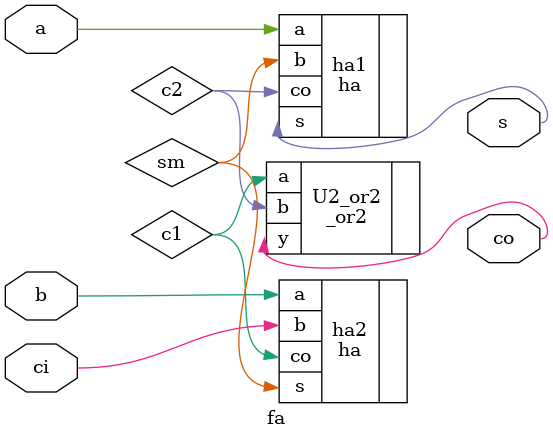
<source format=v>
module fa(a,b,ci,s,co); //full adder module

	input a,b,ci; // input a,b ,carry-in
	output s,co; // output S, co:cout
	
	wire c1,c2,sm; // wire c1 : ha_co - U2_or2_a, wire c2 : ha_co - U2_or2_b
	
	ha ha2(.a(b),.b(ci),.s(sm),.co(c1)); // half adder2 input b, cin output : sm, c1
	ha ha1(.a(a),.b(sm),.s(s),.co(c2)); // half adder1 input : a, sm output : s, c2
	_or2 U2_or2(.a(c1), .b(c2), .y(co)); // ha2_cout - c1 or ha1_cout - c2

endmodule

</source>
